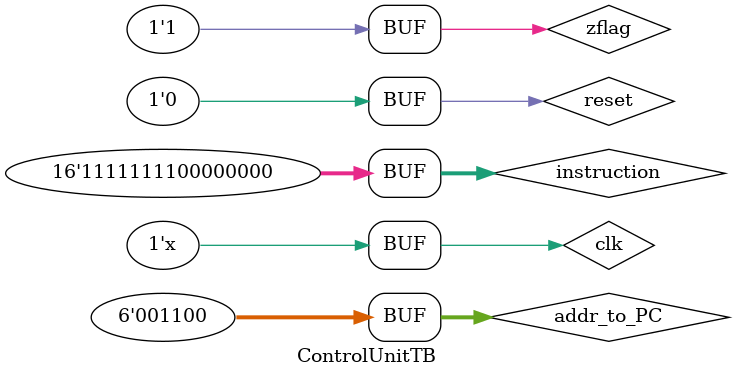
<source format=v>
`timescale 1ns / 1ps


module ControlUnitTB();

    reg clk;
    reg reset;
    reg [5:0] addr_to_PC;
    reg zflag;
    reg [15:0] instruction;
    wire [5:0] PC_data;
    wire [5:0] PC_data_prev;
    wire [5:0] PC_data_plus_one;
    wire [3:0] opcode;
    wire [3:0] Rd;
    wire [3:0] Rs;
    wire [3:0] Rt;
    wire [15:0] Immediate;
    wire RegRW;
    wire MD;
    wire MB;
    wire MP;
    wire RamRW;
    wire EOE;
    wire [3:0] FS;
    
    control_unit uut(
        .clk(clk),
        .reset(reset),
        .addr_to_PC(addr_to_PC),
        .zflag(zflag),
        .instruction(instruction),
        .PC_data(PC_data),
        .PC_data_prev(PC_data_prev),
        .PC_data_plus_one(PC_data_plus_one),
        .opcode(opcode),
        .Rd(Rd),
        .Rs(Rs),
        .Rt(Rt),
        .Immediate(Immediate),
        .RegRW(RegRW),
        .MD(MD),
        .MB(MB),
        .MP(MP),
        .RamRW(RamRW),
        .EOE(EOE),
        .FS(FS)
    );
    
    initial begin
        
        clk = 1'b0;
        reset = 1'b0;
        addr_to_PC = 4'b0000;
        zflag = 1'b0;
        instruction = 16'b0000000000000000;
       
       #10; 
       
       reset = 1;
       #10;
       
       reset = 0;
       #2;

       //addr_to_PC = 6'b001100;
       zflag = 1;
       instruction = 16'b0000000100100011;
       
       #10;
       
       //addr_to_PC = 6'b001100;
       zflag = 1;
       instruction = 16'b0001001000010100;
       
       #10;
       
       //addr_to_PC = 6'b001100;
       zflag = 1;
       instruction = 16'b0010000000010011;
       
       #10;
       
       //addr_to_PC = 6'b001100;
       zflag = 1;
       instruction = 16'b0011000000010111;
       
       #10;
       
       //addr_to_PC = 6'b001100;
       zflag = 1;
       instruction = 16'b0100000000010100;
       
       #10;
       
       //addr_to_PC = 6'b001100;
       zflag = 1;
       instruction = 16'b0101000000000001;
       
       #10;
       
       //addr_to_PC = 6'b001100;
       zflag = 1;
       instruction = 16'b0110000100100001;
       
       #10;
       
       //addr_to_PC = 6'b001100;
       zflag = 1;
       instruction = 16'b0111000000010011;
       
       #10;
       
       //addr_to_PC = 6'b001100;
       zflag = 1;
       instruction = 16'b1000001100000010;
       
       #10;
       
       //addr_to_PC = 6'b001100;
       zflag = 1;
       instruction = 16'b1001000100100000;
       
       #10;
       
       //addr_to_PC = 6'b001100;
       zflag = 1;
       instruction = 16'b1010000001000111;
       
       #10;
       
       //addr_to_PC = 6'b001100;
       zflag = 1;
       instruction = 16'b1011001000000010;
       
       #10;
       
       //addr_to_PC = 6'b001100;
       zflag = 1;
       instruction = 16'b1100001000000001;
       
       #10;
       
       //addr_to_PC = 6'b001100;
       zflag = 1;
       instruction = 16'b1101001000000011;
       
       #10;
       
       //addr_to_PC = 6'b001100;
       zflag = 1;
       instruction = 16'b1110000000000100;
       
       #10;
       
       addr_to_PC = 6'b001100;
       zflag = 1;
       instruction = 16'b1111000000010000;
       
       #10;
       
       //addr_to_PC = 6'b001100;
       zflag = 1;
       instruction = 16'b1111111100000000;
       
       #10;

     end
     always 
        #5 clk = ~clk;
 endmodule

</source>
